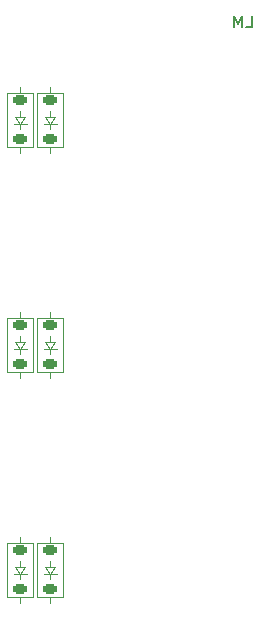
<source format=gbo>
G04 #@! TF.GenerationSoftware,KiCad,Pcbnew,7.0.5*
G04 #@! TF.CreationDate,2023-08-10T21:35:46+08:00*
G04 #@! TF.ProjectId,LM,4c4d2e6b-6963-4616-945f-706362585858,rev?*
G04 #@! TF.SameCoordinates,Original*
G04 #@! TF.FileFunction,Legend,Bot*
G04 #@! TF.FilePolarity,Positive*
%FSLAX46Y46*%
G04 Gerber Fmt 4.6, Leading zero omitted, Abs format (unit mm)*
G04 Created by KiCad (PCBNEW 7.0.5) date 2023-08-10 21:35:46*
%MOMM*%
%LPD*%
G01*
G04 APERTURE LIST*
G04 Aperture macros list*
%AMRoundRect*
0 Rectangle with rounded corners*
0 $1 Rounding radius*
0 $2 $3 $4 $5 $6 $7 $8 $9 X,Y pos of 4 corners*
0 Add a 4 corners polygon primitive as box body*
4,1,4,$2,$3,$4,$5,$6,$7,$8,$9,$2,$3,0*
0 Add four circle primitives for the rounded corners*
1,1,$1+$1,$2,$3*
1,1,$1+$1,$4,$5*
1,1,$1+$1,$6,$7*
1,1,$1+$1,$8,$9*
0 Add four rect primitives between the rounded corners*
20,1,$1+$1,$2,$3,$4,$5,0*
20,1,$1+$1,$4,$5,$6,$7,0*
20,1,$1+$1,$6,$7,$8,$9,0*
20,1,$1+$1,$8,$9,$2,$3,0*%
%AMHorizOval*
0 Thick line with rounded ends*
0 $1 width*
0 $2 $3 position (X,Y) of the first rounded end (center of the circle)*
0 $4 $5 position (X,Y) of the second rounded end (center of the circle)*
0 Add line between two ends*
20,1,$1,$2,$3,$4,$5,0*
0 Add two circle primitives to create the rounded ends*
1,1,$1,$2,$3*
1,1,$1,$4,$5*%
%AMOutline4P*
0 Free polygon, 4 corners , with rotation*
0 The origin of the aperture is its center*
0 number of corners: always 4*
0 $1 to $8 corner X, Y*
0 $9 Rotation angle, in degrees counterclockwise*
0 create outline with 4 corners*
4,1,4,$1,$2,$3,$4,$5,$6,$7,$8,$1,$2,$9*%
G04 Aperture macros list end*
%ADD10C,0.150000*%
%ADD11C,0.120000*%
%ADD12C,0.100000*%
%ADD13O,2.200000X1.900000*%
%ADD14C,5.100000*%
%ADD15HorizOval,2.400000X-0.305164X0.457575X0.305164X-0.457575X0*%
%ADD16C,2.400000*%
%ADD17Outline4P,-1.150000X-1.200000X1.150000X-1.200000X1.150000X1.200000X-1.150000X1.200000X0.000000*%
%ADD18Outline4P,-1.200000X-1.200000X1.200000X-1.200000X1.200000X1.200000X-1.200000X1.200000X0.000000*%
%ADD19RoundRect,0.425000X-0.425000X0.425000X-0.425000X-0.425000X0.425000X-0.425000X0.425000X0.425000X0*%
%ADD20O,1.700000X1.700000*%
%ADD21C,3.500000*%
%ADD22C,1.700000*%
%ADD23RoundRect,0.425000X-0.425000X-0.425000X0.425000X-0.425000X0.425000X0.425000X-0.425000X0.425000X0*%
%ADD24R,1.600000X1.600000*%
%ADD25RoundRect,0.225000X0.375000X-0.225000X0.375000X0.225000X-0.375000X0.225000X-0.375000X-0.225000X0*%
%ADD26O,1.600000X1.600000*%
G04 APERTURE END LIST*
D10*
X71651904Y-38254819D02*
X72128094Y-38254819D01*
X72128094Y-38254819D02*
X72128094Y-37254819D01*
X71318570Y-38254819D02*
X71318570Y-37254819D01*
X71318570Y-37254819D02*
X70985237Y-37969104D01*
X70985237Y-37969104D02*
X70651904Y-37254819D01*
X70651904Y-37254819D02*
X70651904Y-38254819D01*
D11*
X52525000Y-67900000D02*
X52525000Y-67440000D01*
X51405000Y-67440000D02*
X51405000Y-62840000D01*
X53645000Y-67440000D02*
X51405000Y-67440000D01*
D12*
X52525000Y-65865600D02*
X52525000Y-65465600D01*
X52525000Y-65465600D02*
X51975000Y-65465600D01*
X52525000Y-65465600D02*
X53075000Y-65465600D01*
X52525000Y-65465600D02*
X52925000Y-64865600D01*
X52125000Y-64865600D02*
X52525000Y-65465600D01*
X52525000Y-64865600D02*
X52525000Y-64365600D01*
X52925000Y-64865600D02*
X52125000Y-64865600D01*
D11*
X51405000Y-62840000D02*
X53645000Y-62840000D01*
X53645000Y-62840000D02*
X53645000Y-67440000D01*
X52525000Y-62360000D02*
X52525000Y-62840000D01*
X55065000Y-86950000D02*
X55065000Y-86490000D01*
X53945000Y-86490000D02*
X53945000Y-81890000D01*
X56185000Y-86490000D02*
X53945000Y-86490000D01*
D12*
X55065000Y-84915600D02*
X55065000Y-84515600D01*
X55065000Y-84515600D02*
X54515000Y-84515600D01*
X55065000Y-84515600D02*
X55615000Y-84515600D01*
X55065000Y-84515600D02*
X55465000Y-83915600D01*
X54665000Y-83915600D02*
X55065000Y-84515600D01*
X55065000Y-83915600D02*
X55065000Y-83415600D01*
X55465000Y-83915600D02*
X54665000Y-83915600D01*
D11*
X53945000Y-81890000D02*
X56185000Y-81890000D01*
X56185000Y-81890000D02*
X56185000Y-86490000D01*
X55065000Y-81410000D02*
X55065000Y-81890000D01*
X52525000Y-86950000D02*
X52525000Y-86490000D01*
X51405000Y-86490000D02*
X51405000Y-81890000D01*
X53645000Y-86490000D02*
X51405000Y-86490000D01*
D12*
X52525000Y-84915600D02*
X52525000Y-84515600D01*
X52525000Y-84515600D02*
X51975000Y-84515600D01*
X52525000Y-84515600D02*
X53075000Y-84515600D01*
X52525000Y-84515600D02*
X52925000Y-83915600D01*
X52125000Y-83915600D02*
X52525000Y-84515600D01*
X52525000Y-83915600D02*
X52525000Y-83415600D01*
X52925000Y-83915600D02*
X52125000Y-83915600D01*
D11*
X51405000Y-81890000D02*
X53645000Y-81890000D01*
X53645000Y-81890000D02*
X53645000Y-86490000D01*
X52525000Y-81410000D02*
X52525000Y-81890000D01*
X52525000Y-48850000D02*
X52525000Y-48390000D01*
X51405000Y-48390000D02*
X51405000Y-43790000D01*
X53645000Y-48390000D02*
X51405000Y-48390000D01*
D12*
X52525000Y-46815600D02*
X52525000Y-46415600D01*
X52525000Y-46415600D02*
X51975000Y-46415600D01*
X52525000Y-46415600D02*
X53075000Y-46415600D01*
X52525000Y-46415600D02*
X52925000Y-45815600D01*
X52125000Y-45815600D02*
X52525000Y-46415600D01*
X52525000Y-45815600D02*
X52525000Y-45315600D01*
X52925000Y-45815600D02*
X52125000Y-45815600D01*
D11*
X51405000Y-43790000D02*
X53645000Y-43790000D01*
X53645000Y-43790000D02*
X53645000Y-48390000D01*
X52525000Y-43310000D02*
X52525000Y-43790000D01*
X55065000Y-67900000D02*
X55065000Y-67440000D01*
X53945000Y-67440000D02*
X53945000Y-62840000D01*
X56185000Y-67440000D02*
X53945000Y-67440000D01*
D12*
X55065000Y-65865600D02*
X55065000Y-65465600D01*
X55065000Y-65465600D02*
X54515000Y-65465600D01*
X55065000Y-65465600D02*
X55615000Y-65465600D01*
X55065000Y-65465600D02*
X55465000Y-64865600D01*
X54665000Y-64865600D02*
X55065000Y-65465600D01*
X55065000Y-64865600D02*
X55065000Y-64365600D01*
X55465000Y-64865600D02*
X54665000Y-64865600D01*
D11*
X53945000Y-62840000D02*
X56185000Y-62840000D01*
X56185000Y-62840000D02*
X56185000Y-67440000D01*
X55065000Y-62360000D02*
X55065000Y-62840000D01*
X55065000Y-48850000D02*
X55065000Y-48390000D01*
X53945000Y-48390000D02*
X53945000Y-43790000D01*
X56185000Y-48390000D02*
X53945000Y-48390000D01*
D12*
X55065000Y-46815600D02*
X55065000Y-46415600D01*
X55065000Y-46415600D02*
X54515000Y-46415600D01*
X55065000Y-46415600D02*
X55615000Y-46415600D01*
X55065000Y-46415600D02*
X55465000Y-45815600D01*
X54665000Y-45815600D02*
X55065000Y-46415600D01*
X55065000Y-45815600D02*
X55065000Y-45315600D01*
X55465000Y-45815600D02*
X54665000Y-45815600D01*
D11*
X53945000Y-43790000D02*
X56185000Y-43790000D01*
X56185000Y-43790000D02*
X56185000Y-48390000D01*
X55065000Y-43310000D02*
X55065000Y-43790000D01*
%LPC*%
D13*
X58020000Y-46090000D03*
D14*
X63320000Y-46090000D03*
D13*
X68620000Y-46090000D03*
D15*
X58620000Y-50340000D03*
D16*
X59510000Y-43550000D03*
X63320000Y-51990000D03*
D17*
X64620000Y-51990000D03*
D16*
X65860000Y-40990000D03*
X65920000Y-51990000D03*
D18*
X67090000Y-40990000D03*
D16*
X68320000Y-40990000D03*
D13*
X38970000Y-46090000D03*
D14*
X44270000Y-46090000D03*
D13*
X49570000Y-46090000D03*
D15*
X39570000Y-50340000D03*
D16*
X40460000Y-43550000D03*
X44270000Y-51990000D03*
D17*
X45570000Y-51990000D03*
D16*
X46810000Y-40990000D03*
X46870000Y-51990000D03*
D18*
X48040000Y-40990000D03*
D16*
X49270000Y-40990000D03*
D19*
X57610000Y-92370000D03*
D20*
X55070000Y-92370000D03*
X52530000Y-92370000D03*
X49990000Y-92370000D03*
D21*
X53795000Y-74665000D03*
D22*
X75760000Y-53280000D03*
D20*
X75760000Y-55820000D03*
X75760000Y-58360000D03*
X75760000Y-60900000D03*
X75760000Y-63440000D03*
X75760000Y-65980000D03*
X75760000Y-68520000D03*
X75760000Y-71060000D03*
X75760000Y-73600000D03*
X78300000Y-53280000D03*
X78300000Y-55820000D03*
X78300000Y-58360000D03*
X78300000Y-60900000D03*
X78300000Y-63440000D03*
X78300000Y-65980000D03*
X78300000Y-68520000D03*
X78300000Y-71060000D03*
X78300000Y-73600000D03*
D21*
X53795000Y-55615000D03*
D22*
X36110000Y-57520000D03*
D20*
X36110000Y-60060000D03*
X36110000Y-62600000D03*
X36110000Y-65140000D03*
D23*
X36110000Y-67680000D03*
X36110000Y-70220000D03*
X36110000Y-72760000D03*
D13*
X38970000Y-84190000D03*
D14*
X44270000Y-84190000D03*
D13*
X49570000Y-84190000D03*
D15*
X39570000Y-88440000D03*
D16*
X40460000Y-81650000D03*
X44270000Y-90090000D03*
D17*
X45570000Y-90090000D03*
D16*
X46810000Y-79090000D03*
X46870000Y-90090000D03*
D18*
X48040000Y-79090000D03*
D16*
X49270000Y-79090000D03*
D13*
X58020000Y-65140000D03*
D14*
X63320000Y-65140000D03*
D13*
X68620000Y-65140000D03*
D15*
X58620000Y-69390000D03*
D16*
X59510000Y-62600000D03*
X63320000Y-71040000D03*
D17*
X64620000Y-71040000D03*
D16*
X65860000Y-60040000D03*
X65920000Y-71040000D03*
D18*
X67090000Y-60040000D03*
D16*
X68320000Y-60040000D03*
D13*
X58020000Y-84190000D03*
D14*
X63320000Y-84190000D03*
D13*
X68620000Y-84190000D03*
D15*
X58620000Y-88440000D03*
D16*
X59510000Y-81650000D03*
X63320000Y-90090000D03*
D17*
X64620000Y-90090000D03*
D16*
X65860000Y-79090000D03*
X65920000Y-90090000D03*
D18*
X67090000Y-79090000D03*
D16*
X68320000Y-79090000D03*
D13*
X38970000Y-65140000D03*
D14*
X44270000Y-65140000D03*
D13*
X49570000Y-65140000D03*
D15*
X39570000Y-69390000D03*
D16*
X40460000Y-62600000D03*
X44270000Y-71040000D03*
D17*
X45570000Y-71040000D03*
D16*
X46810000Y-60040000D03*
X46870000Y-71040000D03*
D18*
X48040000Y-60040000D03*
D16*
X49270000Y-60040000D03*
D24*
X52525000Y-68940000D03*
D25*
X52525000Y-66790000D03*
X52525000Y-63490000D03*
D26*
X52525000Y-61340000D03*
D24*
X55065000Y-87990000D03*
D25*
X55065000Y-85840000D03*
X55065000Y-82540000D03*
D26*
X55065000Y-80390000D03*
D24*
X52525000Y-87990000D03*
D25*
X52525000Y-85840000D03*
X52525000Y-82540000D03*
D26*
X52525000Y-80390000D03*
D24*
X52525000Y-49890000D03*
D25*
X52525000Y-47740000D03*
X52525000Y-44440000D03*
D26*
X52525000Y-42290000D03*
D24*
X55065000Y-68940000D03*
D25*
X55065000Y-66790000D03*
X55065000Y-63490000D03*
D26*
X55065000Y-61340000D03*
D24*
X55065000Y-49890000D03*
D25*
X55065000Y-47740000D03*
X55065000Y-44440000D03*
D26*
X55065000Y-42290000D03*
%LPD*%
M02*

</source>
